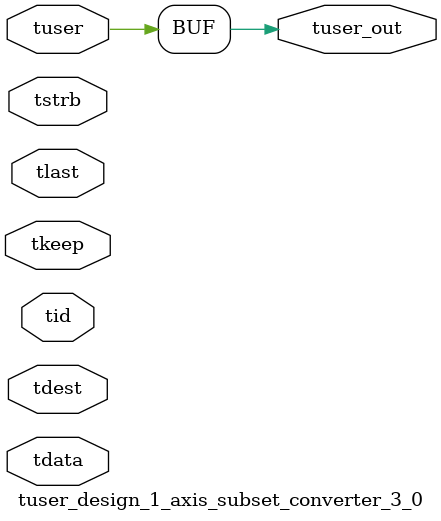
<source format=v>


`timescale 1ps/1ps

module tuser_design_1_axis_subset_converter_3_0 #
(
parameter C_S_AXIS_TUSER_WIDTH = 1,
parameter C_S_AXIS_TDATA_WIDTH = 32,
parameter C_S_AXIS_TID_WIDTH   = 0,
parameter C_S_AXIS_TDEST_WIDTH = 0,
parameter C_M_AXIS_TUSER_WIDTH = 1
)
(
input  [(C_S_AXIS_TUSER_WIDTH == 0 ? 1 : C_S_AXIS_TUSER_WIDTH)-1:0     ] tuser,
input  [(C_S_AXIS_TDATA_WIDTH == 0 ? 1 : C_S_AXIS_TDATA_WIDTH)-1:0     ] tdata,
input  [(C_S_AXIS_TID_WIDTH   == 0 ? 1 : C_S_AXIS_TID_WIDTH)-1:0       ] tid,
input  [(C_S_AXIS_TDEST_WIDTH == 0 ? 1 : C_S_AXIS_TDEST_WIDTH)-1:0     ] tdest,
input  [(C_S_AXIS_TDATA_WIDTH/8)-1:0 ] tkeep,
input  [(C_S_AXIS_TDATA_WIDTH/8)-1:0 ] tstrb,
input                                                                    tlast,
output [C_M_AXIS_TUSER_WIDTH-1:0] tuser_out
);

assign tuser_out = {tuser[0:0]};

endmodule


</source>
